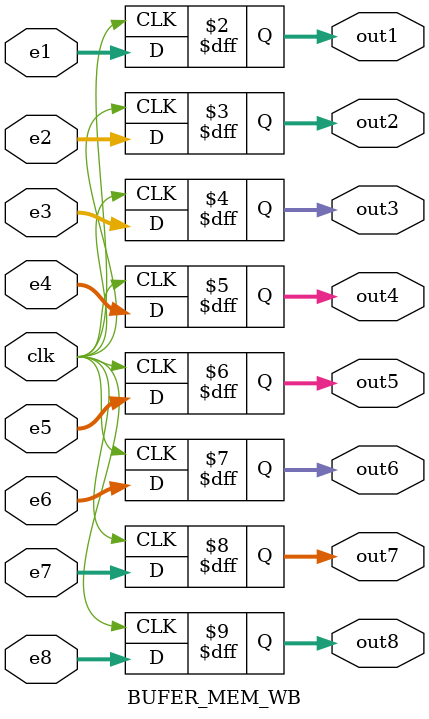
<source format=v>
module BUFER_MEM_WB(
input  [31:0] e1,e2,e3,e4,e5,e6,e7,e8,
input clk,
output reg[31:0] out1,out2,out3,out4,out5,out6,out7,out8
);

always@(posedge clk)
begin
	out1<=e1;
	out2<=e2;
	out3<=e3;
	out4<=e4;
	out5<=e5;
	out6<=e6;
	out7<=e7;
	out8<=e8;
end
endmodule 
</source>
